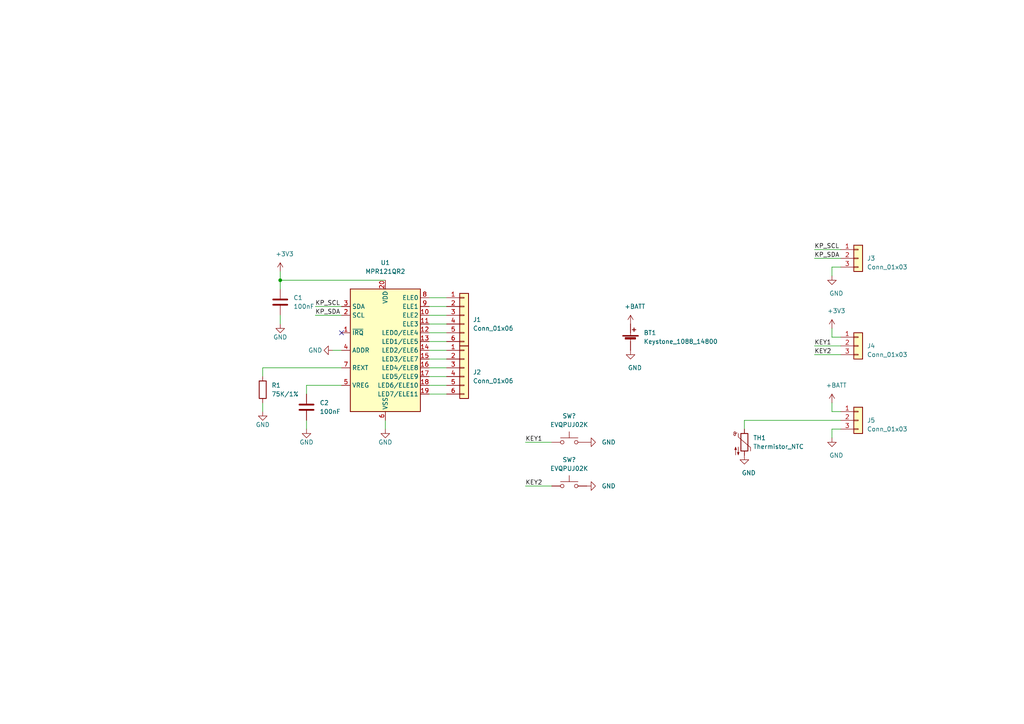
<source format=kicad_sch>
(kicad_sch (version 20210126) (generator eeschema)
  (paper "A4")
  (lib_symbols
    (symbol "Connector_Generic:Conn_01x03" (pin_names (offset 1.016) hide)
      (property "Reference" "J" (at 0 5.08 0))
      (property "Value" "Conn_01x03" (at 0 -5.08 0))
      (symbol "Conn_01x03_1_1"
        (rectangle (start -1.27 -2.413) (end 0 -2.667) (stroke (width 0.1524)))
        (rectangle (start -1.27 2.667) (end 0 2.413) (stroke (width 0.1524)))
        (rectangle (start -1.27 3.81) (end 1.27 -3.81) (stroke (width 0.254)) (fill (type background)))
        (rectangle (start -1.27 0.127) (end 0 -0.127) (stroke (width 0.1524)))
        (pin passive line (at -5.08 2.54 0) (length 3.81) (name "Pin_1") (number "1"))
        (pin passive line (at -5.08 0 0) (length 3.81) (name "Pin_2") (number "2"))
        (pin passive line (at -5.08 -2.54 0) (length 3.81) (name "Pin_3") (number "3"))
      )
    )
    (symbol "Connector_Generic:Conn_01x06" (pin_names (offset 1.016) hide)
      (property "Reference" "J" (at 0 7.62 0))
      (property "Value" "Conn_01x06" (at 0 -10.16 0))
      (symbol "Conn_01x06_1_1"
        (rectangle (start -1.27 -4.953) (end 0 -5.207) (stroke (width 0.1524)))
        (rectangle (start -1.27 -7.493) (end 0 -7.747) (stroke (width 0.1524)))
        (rectangle (start -1.27 -2.413) (end 0 -2.667) (stroke (width 0.1524)))
        (rectangle (start -1.27 2.667) (end 0 2.413) (stroke (width 0.1524)))
        (rectangle (start -1.27 5.207) (end 0 4.953) (stroke (width 0.1524)))
        (rectangle (start -1.27 6.35) (end 1.27 -8.89) (stroke (width 0.254)) (fill (type background)))
        (rectangle (start -1.27 0.127) (end 0 -0.127) (stroke (width 0.1524)))
        (pin passive line (at -5.08 5.08 0) (length 3.81) (name "Pin_1") (number "1"))
        (pin passive line (at -5.08 2.54 0) (length 3.81) (name "Pin_2") (number "2"))
        (pin passive line (at -5.08 0 0) (length 3.81) (name "Pin_3") (number "3"))
        (pin passive line (at -5.08 -2.54 0) (length 3.81) (name "Pin_4") (number "4"))
        (pin passive line (at -5.08 -5.08 0) (length 3.81) (name "Pin_5") (number "5"))
        (pin passive line (at -5.08 -7.62 0) (length 3.81) (name "Pin_6") (number "6"))
      )
    )
    (symbol "Device:Battery_Cell" (pin_numbers hide) (pin_names (offset 0) hide)
      (property "Reference" "BT" (at 2.54 2.54 0))
      (property "Value" "Battery_Cell" (at 2.54 0 0))
      (symbol "Battery_Cell_0_1"
        (rectangle (start -2.286 1.778) (end 2.286 1.524) (fill (type outline)))
        (rectangle (start -1.5748 1.1938) (end 1.4732 0.6858) (fill (type outline)))
        (polyline (pts (xy 0 0.762) (xy 0 0)))
        (polyline (pts (xy 0 1.778) (xy 0 2.54)))
        (polyline (pts (xy 0.508 3.429) (xy 1.524 3.429)) (stroke (width 0.254)))
        (polyline (pts (xy 1.016 3.937) (xy 1.016 2.921)) (stroke (width 0.254)))
      )
      (symbol "Battery_Cell_1_1"
        (pin passive line (at 0 5.08 270) (length 2.54) (name "+") (number "1"))
        (pin passive line (at 0 -2.54 90) (length 2.54) (name "-") (number "2"))
      )
    )
    (symbol "Device:C" (pin_numbers hide) (pin_names (offset 0.254))
      (property "Reference" "C" (at 0.635 2.54 0))
      (property "Value" "C" (at 0.635 -2.54 0))
      (symbol "C_0_1"
        (polyline (pts (xy -2.032 -0.762) (xy 2.032 -0.762)) (stroke (width 0.508)))
        (polyline (pts (xy -2.032 0.762) (xy 2.032 0.762)) (stroke (width 0.508)))
      )
      (symbol "C_1_1"
        (pin passive line (at 0 3.81 270) (length 2.794) (name "~") (number "1"))
        (pin passive line (at 0 -3.81 90) (length 2.794) (name "~") (number "2"))
      )
    )
    (symbol "Device:R" (pin_numbers hide) (pin_names (offset 0))
      (property "Reference" "R" (at 2.032 0 90))
      (property "Value" "R" (at 0 0 90))
      (symbol "R_0_1"
        (rectangle (start -1.016 -2.54) (end 1.016 2.54) (stroke (width 0.254)))
      )
      (symbol "R_1_1"
        (pin passive line (at 0 3.81 270) (length 1.27) (name "~") (number "1"))
        (pin passive line (at 0 -3.81 90) (length 1.27) (name "~") (number "2"))
      )
    )
    (symbol "Device:Thermistor_NTC" (pin_numbers hide) (pin_names (offset 0))
      (property "Reference" "TH" (at -4.445 0 90))
      (property "Value" "Thermistor_NTC" (at 3.175 0 90))
      (symbol "Thermistor_NTC_0_1"
        (arc (start -3.048 2.159) (end -3.175 2.413) (radius (at -3.2004 2.2352) (length 0.1778) (angles -26.5 81.8)))
        (arc (start -3.048 2.159) (end -2.794 1.905) (radius (at -2.794 2.159) (length 0.254) (angles 180 -90)))
        (arc (start -2.794 1.905) (end -2.54 2.159) (radius (at -2.794 2.159) (length 0.254) (angles -90 0)))
        (arc (start -2.54 2.794) (end -2.794 3.048) (radius (at -2.794 2.794) (length 0.254) (angles 0 90)))
        (arc (start -2.794 3.048) (end -3.048 2.794) (radius (at -2.794 2.794) (length 0.254) (angles 90 180)))
        (arc (start -3.048 2.794) (end -2.794 2.54) (radius (at -2.794 2.794) (length 0.254) (angles 180 -90)))
        (arc (start -2.794 2.54) (end -2.159 2.794) (radius (at -2.6416 3.0226) (length 0.508) (angles -107.5 -25.3)))
        (rectangle (start -1.016 2.54) (end 1.016 -2.54) (stroke (width 0.254)))
        (polyline (pts (xy -2.54 2.159) (xy -2.54 2.794)))
        (polyline (pts (xy -1.778 2.54) (xy -1.778 1.524) (xy 1.778 -1.524) (xy 1.778 -2.54)))
        (polyline (pts (xy -2.54 -3.683) (xy -2.54 -1.397) (xy -2.794 -2.159) (xy -2.286 -2.159) (xy -2.54 -1.397) (xy -2.54 -1.651)) (fill (type outline)))
        (polyline (pts (xy -1.778 -1.397) (xy -1.778 -3.683) (xy -2.032 -2.921) (xy -1.524 -2.921) (xy -1.778 -3.683) (xy -1.778 -3.429)) (fill (type outline)))
      )
      (symbol "Thermistor_NTC_1_1"
        (pin passive line (at 0 3.81 270) (length 1.27) (name "~") (number "1"))
        (pin passive line (at 0 -3.81 90) (length 1.27) (name "~") (number "2"))
      )
    )
    (symbol "Sensor_Touch:MPR121QR2"
      (property "Reference" "U" (at -10.16 19.05 0))
      (property "Value" "MPR121QR2" (at 6.35 19.05 0))
      (symbol "MPR121QR2_0_1"
        (rectangle (start -10.16 17.78) (end 10.16 -17.78) (stroke (width 0.254)) (fill (type background)))
      )
      (symbol "MPR121QR2_1_1"
        (pin open_collector line (at -12.7 5.08 0) (length 2.54) (name "~IRQ") (number "1"))
        (pin passive line (at 12.7 10.16 180) (length 2.54) (name "ELE2") (number "10"))
        (pin passive line (at 12.7 7.62 180) (length 2.54) (name "ELE3") (number "11"))
        (pin passive line (at 12.7 5.08 180) (length 2.54) (name "LED0/ELE4") (number "12"))
        (pin passive line (at 12.7 2.54 180) (length 2.54) (name "LED1/ELE5") (number "13"))
        (pin passive line (at 12.7 0 180) (length 2.54) (name "LED2/ELE6") (number "14"))
        (pin passive line (at 12.7 -2.54 180) (length 2.54) (name "LED3/ELE7") (number "15"))
        (pin passive line (at 12.7 -5.08 180) (length 2.54) (name "LED4/ELE8") (number "16"))
        (pin passive line (at 12.7 -7.62 180) (length 2.54) (name "LED5/ELE9") (number "17"))
        (pin passive line (at 12.7 -10.16 180) (length 2.54) (name "LED6/ELE10") (number "18"))
        (pin passive line (at 12.7 -12.7 180) (length 2.54) (name "LED7/ELE11") (number "19"))
        (pin input line (at -12.7 10.16 0) (length 2.54) (name "SCL") (number "2"))
        (pin power_in line (at 0 20.32 270) (length 2.54) (name "VDD") (number "20"))
        (pin bidirectional line (at -12.7 12.7 0) (length 2.54) (name "SDA") (number "3"))
        (pin input line (at -12.7 0 0) (length 2.54) (name "ADDR") (number "4"))
        (pin passive line (at -12.7 -10.16 0) (length 2.54) (name "VREG") (number "5"))
        (pin power_in line (at 0 -20.32 90) (length 2.54) (name "VSS") (number "6"))
        (pin passive line (at -12.7 -5.08 0) (length 2.54) (name "REXT") (number "7"))
        (pin passive line (at 12.7 15.24 180) (length 2.54) (name "ELE0") (number "8"))
        (pin passive line (at 12.7 12.7 180) (length 2.54) (name "ELE1") (number "9"))
      )
    )
    (symbol "Switch:SW_Push" (pin_numbers hide) (pin_names (offset 1.016) hide)
      (property "Reference" "SW" (at 1.27 2.54 0))
      (property "Value" "SW_Push" (at 0 -1.524 0))
      (symbol "SW_Push_0_1"
        (circle (center -2.032 0) (radius 0.508))
        (circle (center 2.032 0) (radius 0.508))
        (polyline (pts (xy 0 1.27) (xy 0 3.048)))
        (polyline (pts (xy 2.54 1.27) (xy -2.54 1.27)))
        (pin passive line (at -5.08 0 0) (length 2.54) (name "1") (number "1"))
        (pin passive line (at 5.08 0 180) (length 2.54) (name "2") (number "2"))
      )
    )
    (symbol "power:+3V3" (power) (pin_names (offset 0))
      (property "Value" "+3V3" (at 0 3.556 0))
      (symbol "+3V3_0_1"
        (polyline (pts (xy -0.762 1.27) (xy 0 2.54)))
        (polyline (pts (xy 0 0) (xy 0 2.54)))
        (polyline (pts (xy 0 2.54) (xy 0.762 1.27)))
      )
      (symbol "+3V3_1_1"
        (pin power_in line (at 0 0 90) (length 0) hide (name "+3V3") (number "1"))
      )
    )
    (symbol "power:+BATT" (power) (pin_names (offset 0))
      (property "Value" "+BATT" (at 0 3.556 0))
      (symbol "+BATT_0_1"
        (polyline (pts (xy -0.762 1.27) (xy 0 2.54)))
        (polyline (pts (xy 0 0) (xy 0 2.54)))
        (polyline (pts (xy 0 2.54) (xy 0.762 1.27)))
      )
      (symbol "+BATT_1_1"
        (pin power_in line (at 0 0 90) (length 0) hide (name "+BATT") (number "1"))
      )
    )
    (symbol "power:GND" (power) (pin_names (offset 0))
      (property "Value" "GND" (at 0 -3.81 0))
      (symbol "GND_0_1"
        (polyline (pts (xy 0 0) (xy 0 -1.27) (xy 1.27 -1.27) (xy 0 -2.54) (xy -1.27 -1.27) (xy 0 -1.27)))
      )
      (symbol "GND_1_1"
        (pin power_in line (at 0 0 270) (length 0) hide (name "GND") (number "1"))
      )
    )
  )
  (junction (at 81.28 81.28) (diameter 0.9144))
  (no_connect (at 99.06 96.52))
  (wire (pts (xy 76.2 106.68) (xy 76.2 109.22)))
  (wire (pts (xy 76.2 116.84) (xy 76.2 119.38)))
  (wire (pts (xy 81.28 81.28) (xy 81.28 78.74)))
  (wire (pts (xy 81.28 81.28) (xy 81.28 83.82)))
  (wire (pts (xy 81.28 81.28) (xy 111.76 81.28)))
  (wire (pts (xy 81.28 91.44) (xy 81.28 93.98)))
  (wire (pts (xy 88.9 111.76) (xy 88.9 114.3)))
  (wire (pts (xy 88.9 121.92) (xy 88.9 124.46)))
  (wire (pts (xy 91.44 88.9) (xy 99.06 88.9)))
  (wire (pts (xy 91.44 91.44) (xy 99.06 91.44)))
  (wire (pts (xy 96.52 101.6) (xy 99.06 101.6)))
  (wire (pts (xy 99.06 106.68) (xy 76.2 106.68)))
  (wire (pts (xy 99.06 111.76) (xy 88.9 111.76)))
  (wire (pts (xy 111.76 121.92) (xy 111.76 124.46)))
  (wire (pts (xy 124.46 86.36) (xy 129.54 86.36)))
  (wire (pts (xy 124.46 88.9) (xy 129.54 88.9)))
  (wire (pts (xy 124.46 91.44) (xy 129.54 91.44)))
  (wire (pts (xy 124.46 93.98) (xy 129.54 93.98)))
  (wire (pts (xy 124.46 96.52) (xy 129.54 96.52)))
  (wire (pts (xy 124.46 99.06) (xy 129.54 99.06)))
  (wire (pts (xy 124.46 101.6) (xy 129.54 101.6)))
  (wire (pts (xy 124.46 104.14) (xy 129.54 104.14)))
  (wire (pts (xy 124.46 106.68) (xy 129.54 106.68)))
  (wire (pts (xy 124.46 109.22) (xy 129.54 109.22)))
  (wire (pts (xy 124.46 111.76) (xy 129.54 111.76)))
  (wire (pts (xy 124.46 114.3) (xy 129.54 114.3)))
  (wire (pts (xy 152.4 128.27) (xy 160.02 128.27)))
  (wire (pts (xy 152.4 140.97) (xy 160.02 140.97)))
  (wire (pts (xy 215.9 121.92) (xy 215.9 124.46)))
  (wire (pts (xy 215.9 121.92) (xy 243.84 121.92)))
  (wire (pts (xy 236.22 72.39) (xy 243.84 72.39)))
  (wire (pts (xy 236.22 74.93) (xy 243.84 74.93)))
  (wire (pts (xy 236.22 100.33) (xy 243.84 100.33)))
  (wire (pts (xy 236.22 102.87) (xy 243.84 102.87)))
  (wire (pts (xy 241.3 77.47) (xy 243.84 77.47)))
  (wire (pts (xy 241.3 80.01) (xy 241.3 77.47)))
  (wire (pts (xy 241.3 97.79) (xy 241.3 95.25)))
  (wire (pts (xy 241.3 116.84) (xy 241.3 119.38)))
  (wire (pts (xy 241.3 119.38) (xy 243.84 119.38)))
  (wire (pts (xy 241.3 124.46) (xy 243.84 124.46)))
  (wire (pts (xy 241.3 127) (xy 241.3 124.46)))
  (wire (pts (xy 243.84 97.79) (xy 241.3 97.79)))
  (label "KP_SCL" (at 91.44 88.9 0))
  (label "KP_SDA" (at 91.44 91.44 0))
  (label "KEY1" (at 152.4 128.27 0))
  (label "KEY2" (at 152.4 140.97 0))
  (label "KP_SCL" (at 236.22 72.39 0))
  (label "KP_SDA" (at 236.22 74.93 0))
  (label "KEY1" (at 236.22 100.33 0))
  (label "KEY2" (at 236.22 102.87 0))
  (symbol (lib_id "power:+3V3") (at 81.28 78.74 0) (unit 1)
    (property "Reference" "#PWR0112" (effects hide))
    (property "Value" "+3V3" (at 82.55 73.66 0))
  )
  (symbol (lib_id "power:+BATT") (at 182.88 93.98 0) (unit 1)
    (property "Reference" "#PWR0107" (effects hide))
    (property "Value" "+BATT" (at 184.15 88.9 0))
  )
  (symbol (lib_id "power:+3V3") (at 241.3 95.25 0) (unit 1)
    (property "Reference" "#PWR0102" (effects hide))
    (property "Value" "+3V3" (at 242.57 90.17 0))
  )
  (symbol (lib_id "power:+BATT") (at 241.3 116.84 0) (unit 1)
    (property "Reference" "#PWR0104" (effects hide))
    (property "Value" "+BATT" (at 242.57 111.76 0))
  )
  (symbol (lib_id "power:GND") (at 76.2 119.38 0) (unit 1)
    (property "Reference" "#PWR0110" (effects hide))
    (property "Value" "GND" (at 76.2 123.19 0))
  )
  (symbol (lib_id "power:GND") (at 81.28 93.98 0) (unit 1)
    (property "Reference" "#PWR0113" (effects hide))
    (property "Value" "GND" (at 81.28 97.79 0))
  )
  (symbol (lib_id "power:GND") (at 88.9 124.46 0) (unit 1)
    (property "Reference" "#PWR0108" (effects hide))
    (property "Value" "GND" (at 88.9 128.27 0))
  )
  (symbol (lib_id "power:GND") (at 96.52 101.6 270) (unit 1)
    (property "Reference" "#PWR0111" (effects hide))
    (property "Value" "GND" (at 91.44 101.6 90))
  )
  (symbol (lib_id "power:GND") (at 111.76 124.46 0) (unit 1)
    (property "Reference" "#PWR0109" (effects hide))
    (property "Value" "GND" (at 111.76 128.27 0))
  )
  (symbol (lib_id "power:GND") (at 170.18 128.27 90) (unit 1)
    (property "Reference" "#PWR?" (effects hide))
    (property "Value" "GND" (at 176.53 128.27 90))
  )
  (symbol (lib_id "power:GND") (at 170.18 140.97 90) (unit 1)
    (property "Reference" "#PWR?" (effects hide))
    (property "Value" "GND" (at 176.53 140.97 90))
  )
  (symbol (lib_id "power:GND") (at 182.88 101.6 0) (unit 1)
    (property "Reference" "#PWR0106" (effects hide))
    (property "Value" "GND" (at 184.15 106.68 0))
  )
  (symbol (lib_id "power:GND") (at 215.9 132.08 0) (unit 1)
    (property "Reference" "#PWR0105" (effects hide))
    (property "Value" "GND" (at 217.17 137.16 0))
  )
  (symbol (lib_id "power:GND") (at 241.3 80.01 0) (unit 1)
    (property "Reference" "#PWR0103" (effects hide))
    (property "Value" "GND" (at 242.57 85.09 0))
  )
  (symbol (lib_id "power:GND") (at 241.3 127 0) (unit 1)
    (property "Reference" "#PWR0101" (effects hide))
    (property "Value" "GND" (at 242.57 132.08 0))
  )
  (symbol (lib_id "Device:R") (at 76.2 113.03 0) (unit 1)
    (property "Reference" "R1" (at 78.74 111.76 0) (effects (justify left)))
    (property "Value" "75K/1%" (at 78.74 114.3 0) (effects (justify left)))
    (property "Footprint" "Resistor_SMD:R_0603_1608Metric" (effects hide))
  )
  (symbol (lib_id "Device:C") (at 81.28 87.63 0) (unit 1)
    (property "Reference" "C1" (at 85.09 86.36 0) (effects (justify left)))
    (property "Value" "100nF" (at 85.09 88.9 0) (effects (justify left)))
    (property "Footprint" "Capacitor_SMD:C_0603_1608Metric" (effects hide))
  )
  (symbol (lib_id "Device:C") (at 88.9 118.11 0) (unit 1)
    (property "Reference" "C2" (at 92.71 116.84 0) (effects (justify left)))
    (property "Value" "100nF" (at 92.71 119.38 0) (effects (justify left)))
    (property "Footprint" "Capacitor_SMD:C_0603_1608Metric" (effects hide))
  )
  (symbol (lib_id "Device:Battery_Cell") (at 182.88 99.06 0) (unit 1)
    (property "Reference" "BT1" (at 186.69 96.52 0) (effects (justify left)))
    (property "Value" "Keystone_1088_14800" (at 186.69 99.06 0) (effects (justify left)))
    (property "Footprint" "footprints:BatteryHolder_Keystone_1088_1xAA" (effects hide))
  )
  (symbol (lib_id "Switch:SW_Push") (at 165.1 128.27 0) (unit 1)
    (property "Reference" "SW?" (at 165.1 120.65 0))
    (property "Value" "EVQPUJ02K" (at 165.1 123.19 0))
    (property "Footprint" "Button_Switch_SMD:Panasonic_EVQPUJ_EVQPUA" (effects hide))
  )
  (symbol (lib_id "Switch:SW_Push") (at 165.1 140.97 0) (unit 1)
    (property "Reference" "SW?" (at 165.1 133.35 0))
    (property "Value" "EVQPUJ02K" (at 165.1 135.89 0))
    (property "Footprint" "Button_Switch_SMD:Panasonic_EVQPUJ_EVQPUA" (effects hide))
  )
  (symbol (lib_id "Device:Thermistor_NTC") (at 215.9 128.27 0) (unit 1)
    (property "Reference" "TH1" (at 218.44 127 0) (effects (justify left)))
    (property "Value" "Thermistor_NTC" (at 218.44 129.54 0) (effects (justify left)))
    (property "Footprint" "Resistor_SMD:R_0603_1608Metric" (effects hide))
  )
  (symbol (lib_id "Connector_Generic:Conn_01x03") (at 248.92 74.93 0) (unit 1)
    (property "Reference" "J3" (at 251.46 74.93 0) (effects (justify left)))
    (property "Value" "Conn_01x03" (at 251.46 77.47 0) (effects (justify left)))
    (property "Footprint" "Connector_PinHeader_1.27mm:PinHeader_1x03_P1.27mm_Vertical_SMD_Pin1Left" (effects hide))
  )
  (symbol (lib_id "Connector_Generic:Conn_01x03") (at 248.92 100.33 0) (unit 1)
    (property "Reference" "J4" (at 251.46 100.33 0) (effects (justify left)))
    (property "Value" "Conn_01x03" (at 251.46 102.87 0) (effects (justify left)))
    (property "Footprint" "Connector_PinHeader_1.27mm:PinHeader_1x03_P1.27mm_Vertical_SMD_Pin1Left" (effects hide))
  )
  (symbol (lib_id "Connector_Generic:Conn_01x03") (at 248.92 121.92 0) (unit 1)
    (property "Reference" "J5" (at 251.46 121.92 0) (effects (justify left)))
    (property "Value" "Conn_01x03" (at 251.46 124.46 0) (effects (justify left)))
    (property "Footprint" "Connector_PinHeader_1.27mm:PinHeader_1x03_P1.27mm_Vertical_SMD_Pin1Left" (effects hide))
  )
  (symbol (lib_id "Connector_Generic:Conn_01x06") (at 134.62 91.44 0) (unit 1)
    (property "Reference" "J1" (at 137.16 92.71 0) (effects (justify left)))
    (property "Value" "Conn_01x06" (at 137.16 95.25 0) (effects (justify left)))
    (property "Footprint" "footprints:Touch_Sensing_6PADS" (effects hide))
  )
  (symbol (lib_id "Connector_Generic:Conn_01x06") (at 134.62 106.68 0) (unit 1)
    (property "Reference" "J2" (at 137.16 107.95 0) (effects (justify left)))
    (property "Value" "Conn_01x06" (at 137.16 110.49 0) (effects (justify left)))
    (property "Footprint" "footprints:Touch_Sensing_6PADS" (effects hide))
  )
  (symbol (lib_id "Sensor_Touch:MPR121QR2") (at 111.76 101.6 0) (unit 1)
    (property "Reference" "U1" (at 111.76 76.2 0))
    (property "Value" "MPR121QR2" (at 111.76 78.74 0))
    (property "Footprint" "Package_DFN_QFN:UQFN-20_3x3mm_P0.4mm" (effects hide))
    (property "Datasheet" "https://resurgentsemi.com/wp-content/uploads/2018/09/MPR121_rev5-Resurgent.pdf?d453f8&d453f8" (effects hide))
  )
)
</source>
